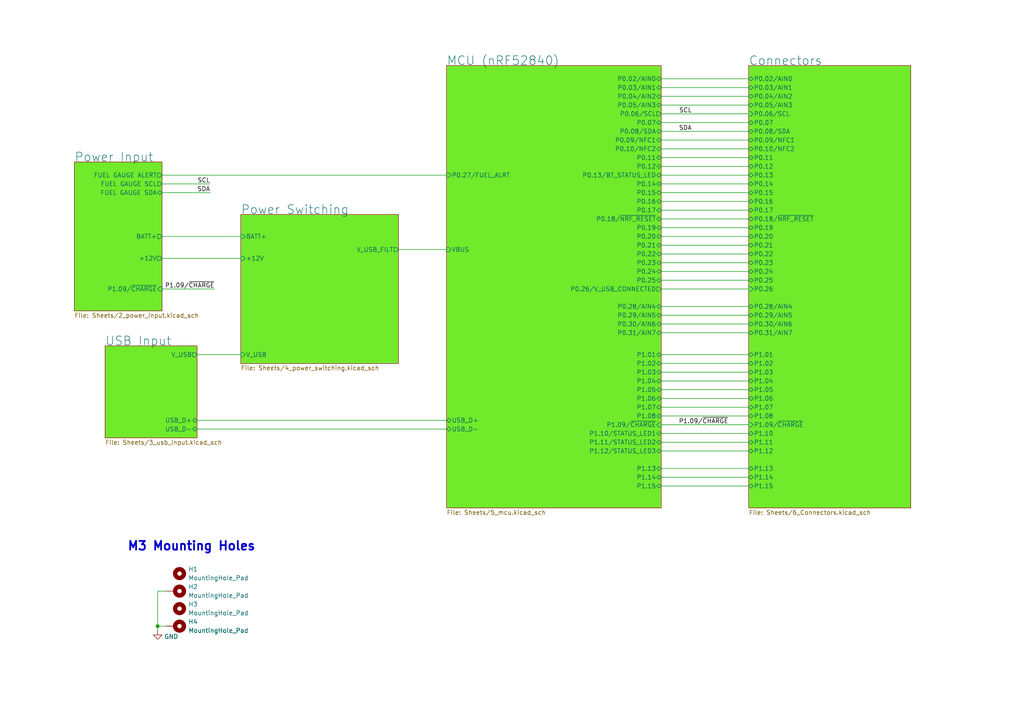
<source format=kicad_sch>
(kicad_sch (version 20230121) (generator eeschema)

  (uuid f8009b5e-2814-48af-8478-16f2aae29be6)

  (paper "A4")

  (title_block
    (title "nRF Buddy Board Schematic")
    (rev "2")
    (company "Kane Stoboi")
  )

  (lib_symbols
    (symbol "Mechanical:MountingHole" (pin_names (offset 1.016)) (in_bom yes) (on_board yes)
      (property "Reference" "H" (at 0 5.08 0)
        (effects (font (size 1.27 1.27)))
      )
      (property "Value" "MountingHole" (at 0 3.175 0)
        (effects (font (size 1.27 1.27)))
      )
      (property "Footprint" "" (at 0 0 0)
        (effects (font (size 1.27 1.27)) hide)
      )
      (property "Datasheet" "~" (at 0 0 0)
        (effects (font (size 1.27 1.27)) hide)
      )
      (property "ki_keywords" "mounting hole" (at 0 0 0)
        (effects (font (size 1.27 1.27)) hide)
      )
      (property "ki_description" "Mounting Hole without connection" (at 0 0 0)
        (effects (font (size 1.27 1.27)) hide)
      )
      (property "ki_fp_filters" "MountingHole*" (at 0 0 0)
        (effects (font (size 1.27 1.27)) hide)
      )
      (symbol "MountingHole_0_1"
        (circle (center 0 0) (radius 1.27)
          (stroke (width 1.27) (type default))
          (fill (type none))
        )
      )
    )
    (symbol "Mechanical:MountingHole_Pad" (pin_numbers hide) (pin_names (offset 1.016) hide) (in_bom yes) (on_board yes)
      (property "Reference" "H" (at 0 6.35 0)
        (effects (font (size 1.27 1.27)))
      )
      (property "Value" "MountingHole_Pad" (at 0 4.445 0)
        (effects (font (size 1.27 1.27)))
      )
      (property "Footprint" "" (at 0 0 0)
        (effects (font (size 1.27 1.27)) hide)
      )
      (property "Datasheet" "~" (at 0 0 0)
        (effects (font (size 1.27 1.27)) hide)
      )
      (property "ki_keywords" "mounting hole" (at 0 0 0)
        (effects (font (size 1.27 1.27)) hide)
      )
      (property "ki_description" "Mounting Hole with connection" (at 0 0 0)
        (effects (font (size 1.27 1.27)) hide)
      )
      (property "ki_fp_filters" "MountingHole*Pad*" (at 0 0 0)
        (effects (font (size 1.27 1.27)) hide)
      )
      (symbol "MountingHole_Pad_0_1"
        (circle (center 0 1.27) (radius 1.27)
          (stroke (width 1.27) (type default))
          (fill (type none))
        )
      )
      (symbol "MountingHole_Pad_1_1"
        (pin input line (at 0 -2.54 90) (length 2.54)
          (name "1" (effects (font (size 1.27 1.27))))
          (number "1" (effects (font (size 1.27 1.27))))
        )
      )
    )
    (symbol "power:GND" (power) (pin_names (offset 0)) (in_bom yes) (on_board yes)
      (property "Reference" "#PWR" (at 0 -6.35 0)
        (effects (font (size 1.27 1.27)) hide)
      )
      (property "Value" "GND" (at 0 -3.81 0)
        (effects (font (size 1.27 1.27)))
      )
      (property "Footprint" "" (at 0 0 0)
        (effects (font (size 1.27 1.27)) hide)
      )
      (property "Datasheet" "" (at 0 0 0)
        (effects (font (size 1.27 1.27)) hide)
      )
      (property "ki_keywords" "global power" (at 0 0 0)
        (effects (font (size 1.27 1.27)) hide)
      )
      (property "ki_description" "Power symbol creates a global label with name \"GND\" , ground" (at 0 0 0)
        (effects (font (size 1.27 1.27)) hide)
      )
      (symbol "GND_0_1"
        (polyline
          (pts
            (xy 0 0)
            (xy 0 -1.27)
            (xy 1.27 -1.27)
            (xy 0 -2.54)
            (xy -1.27 -1.27)
            (xy 0 -1.27)
          )
          (stroke (width 0) (type default))
          (fill (type none))
        )
      )
      (symbol "GND_1_1"
        (pin power_in line (at 0 0 270) (length 0) hide
          (name "GND" (effects (font (size 1.27 1.27))))
          (number "1" (effects (font (size 1.27 1.27))))
        )
      )
    )
  )

  (junction (at 45.72 181.61) (diameter 0) (color 0 0 0 0)
    (uuid 40dd2b79-0a7f-4935-8df6-e8b5fbf8ce5d)
  )

  (wire (pts (xy 191.77 105.41) (xy 217.17 105.41))
    (stroke (width 0) (type default))
    (uuid 0169058e-9cae-4863-9599-e0d640eeeb1c)
  )
  (wire (pts (xy 191.77 35.56) (xy 217.17 35.56))
    (stroke (width 0) (type default))
    (uuid 02328119-ced6-48fb-b9bf-ebefd0231b02)
  )
  (wire (pts (xy 191.77 130.81) (xy 217.17 130.81))
    (stroke (width 0) (type default))
    (uuid 02578444-a3f8-446f-8d55-916cf604ac0a)
  )
  (wire (pts (xy 191.77 135.89) (xy 217.17 135.89))
    (stroke (width 0) (type default))
    (uuid 0a631ff1-ab5e-4024-aa19-bb08661c3193)
  )
  (wire (pts (xy 191.77 140.97) (xy 217.17 140.97))
    (stroke (width 0) (type default))
    (uuid 0f2a824d-c5a3-48ad-a8f8-2f1a93247683)
  )
  (wire (pts (xy 191.77 45.72) (xy 217.17 45.72))
    (stroke (width 0) (type default))
    (uuid 118f24a6-8144-4983-9ef1-d4d337dc8774)
  )
  (wire (pts (xy 191.77 102.87) (xy 217.17 102.87))
    (stroke (width 0) (type default))
    (uuid 121f9987-9b1d-42e1-a67c-7d4903598393)
  )
  (wire (pts (xy 191.77 110.49) (xy 217.17 110.49))
    (stroke (width 0) (type default))
    (uuid 1f80631c-16e5-45b1-a8f9-1fb6f9c5e895)
  )
  (wire (pts (xy 115.57 72.39) (xy 129.54 72.39))
    (stroke (width 0) (type default))
    (uuid 224e1bf4-9547-40d5-93f4-26550708b3e9)
  )
  (wire (pts (xy 191.77 27.94) (xy 217.17 27.94))
    (stroke (width 0) (type default))
    (uuid 25ac23a2-32f2-47b0-8c8c-d20de6068f78)
  )
  (wire (pts (xy 191.77 33.02) (xy 217.17 33.02))
    (stroke (width 0) (type default))
    (uuid 2838c2e8-4f76-4fca-848e-dade2ff6f4d9)
  )
  (wire (pts (xy 191.77 123.19) (xy 217.17 123.19))
    (stroke (width 0) (type default))
    (uuid 2a4a0153-8a61-4294-a964-56887babed64)
  )
  (wire (pts (xy 45.72 181.61) (xy 48.26 181.61))
    (stroke (width 0) (type default))
    (uuid 2f0b8442-7249-49c0-bcd1-86862b11bdc7)
  )
  (wire (pts (xy 191.77 78.74) (xy 217.17 78.74))
    (stroke (width 0) (type default))
    (uuid 30735c38-9ca2-4ead-9b23-9edc6a3bc16b)
  )
  (wire (pts (xy 191.77 55.88) (xy 217.17 55.88))
    (stroke (width 0) (type default))
    (uuid 31c7d0d9-dbdb-47e6-8af7-f19a5a793bd4)
  )
  (wire (pts (xy 191.77 118.11) (xy 217.17 118.11))
    (stroke (width 0) (type default))
    (uuid 32570942-a3aa-4bda-bb74-0b98e928bd9b)
  )
  (wire (pts (xy 191.77 113.03) (xy 217.17 113.03))
    (stroke (width 0) (type default))
    (uuid 3a17613c-2414-4d96-9080-80438495ffe9)
  )
  (wire (pts (xy 191.77 25.4) (xy 217.17 25.4))
    (stroke (width 0) (type default))
    (uuid 3ad116ff-e59e-4359-a5f4-7d950324d509)
  )
  (wire (pts (xy 191.77 58.42) (xy 217.17 58.42))
    (stroke (width 0) (type default))
    (uuid 3cd3235f-e704-4486-8c2c-fcecd7f65e21)
  )
  (wire (pts (xy 191.77 53.34) (xy 217.17 53.34))
    (stroke (width 0) (type default))
    (uuid 3fe1c11c-5c23-4f48-8126-94ac0d602d2b)
  )
  (wire (pts (xy 191.77 91.44) (xy 217.17 91.44))
    (stroke (width 0) (type default))
    (uuid 445ff675-a516-4762-997c-e3a498be0935)
  )
  (wire (pts (xy 191.77 22.86) (xy 217.17 22.86))
    (stroke (width 0) (type default))
    (uuid 460ecb63-4ae4-42be-a1ae-3c2c6fdd3c0b)
  )
  (wire (pts (xy 191.77 107.95) (xy 217.17 107.95))
    (stroke (width 0) (type default))
    (uuid 4de1ed6c-3326-4c1c-b320-7b8266fea81c)
  )
  (wire (pts (xy 191.77 125.73) (xy 217.17 125.73))
    (stroke (width 0) (type default))
    (uuid 4e0796d9-934b-49e5-ba97-d4fda3458fe0)
  )
  (wire (pts (xy 57.15 102.87) (xy 69.85 102.87))
    (stroke (width 0) (type default))
    (uuid 5667dc41-8082-48ad-a634-4bc9728fda95)
  )
  (wire (pts (xy 46.99 74.93) (xy 69.85 74.93))
    (stroke (width 0) (type default))
    (uuid 5c30c949-fba9-49ad-be2c-283ec1bc8950)
  )
  (wire (pts (xy 191.77 60.96) (xy 217.17 60.96))
    (stroke (width 0) (type default))
    (uuid 5d291f32-f4fb-4007-ad0e-97f372c00133)
  )
  (wire (pts (xy 191.77 73.66) (xy 217.17 73.66))
    (stroke (width 0) (type default))
    (uuid 688c0fa6-8f6c-4cba-841c-8e2f7b4e77a0)
  )
  (wire (pts (xy 191.77 50.8) (xy 217.17 50.8))
    (stroke (width 0) (type default))
    (uuid 765f146f-3604-4db8-bb0f-a2dd02f1e822)
  )
  (wire (pts (xy 191.77 81.28) (xy 217.17 81.28))
    (stroke (width 0) (type default))
    (uuid 7693caa4-93f5-49e9-9aea-ccc34ed5c34e)
  )
  (wire (pts (xy 191.77 63.5) (xy 217.17 63.5))
    (stroke (width 0) (type default))
    (uuid 85bcb4f6-23e3-44ec-8520-cdad39697902)
  )
  (wire (pts (xy 191.77 115.57) (xy 217.17 115.57))
    (stroke (width 0) (type default))
    (uuid 863b2cc7-c93c-4066-a34a-48e9e19ed6ae)
  )
  (wire (pts (xy 46.99 50.8) (xy 129.54 50.8))
    (stroke (width 0) (type default))
    (uuid 86c67dfd-4c71-4e9e-a7ba-9f0a8108fcff)
  )
  (wire (pts (xy 191.77 96.52) (xy 217.17 96.52))
    (stroke (width 0) (type default))
    (uuid 8e0b1bd2-86b7-4c75-8775-0acca83fe08c)
  )
  (wire (pts (xy 191.77 71.12) (xy 217.17 71.12))
    (stroke (width 0) (type default))
    (uuid 8fdf6a82-6d2c-4445-9b69-803f397abe02)
  )
  (wire (pts (xy 191.77 88.9) (xy 217.17 88.9))
    (stroke (width 0) (type default))
    (uuid 91f5677b-7833-4f66-8092-88a0980f0bcc)
  )
  (wire (pts (xy 46.99 83.82) (xy 62.23 83.82))
    (stroke (width 0) (type default))
    (uuid 923b75c7-bb7d-4ffe-b451-ab05e0f68048)
  )
  (wire (pts (xy 48.26 171.45) (xy 45.72 171.45))
    (stroke (width 0) (type default))
    (uuid 9a1845e7-3abd-4e86-9a20-ec4c5937e4dc)
  )
  (wire (pts (xy 46.99 55.88) (xy 60.96 55.88))
    (stroke (width 0) (type default))
    (uuid 9dca34df-547b-401d-b14e-441640a29780)
  )
  (wire (pts (xy 191.77 83.82) (xy 217.17 83.82))
    (stroke (width 0) (type default))
    (uuid a2ea8b2e-0981-49f6-8517-138920b742c6)
  )
  (wire (pts (xy 191.77 48.26) (xy 217.17 48.26))
    (stroke (width 0) (type default))
    (uuid a9ca7444-60ab-47f8-b31b-1eae0d2cd809)
  )
  (wire (pts (xy 191.77 40.64) (xy 217.17 40.64))
    (stroke (width 0) (type default))
    (uuid b3283946-c676-40ff-a587-54ff226c7bd6)
  )
  (wire (pts (xy 191.77 43.18) (xy 217.17 43.18))
    (stroke (width 0) (type default))
    (uuid b356aa49-bc65-421a-a781-d04c556fdc6b)
  )
  (wire (pts (xy 46.99 68.58) (xy 69.85 68.58))
    (stroke (width 0) (type default))
    (uuid b6510308-a058-44f2-8a08-a5c566d06433)
  )
  (wire (pts (xy 57.15 121.92) (xy 129.54 121.92))
    (stroke (width 0) (type default))
    (uuid bfab5189-f7ee-4d49-8090-1f5e01de89ae)
  )
  (wire (pts (xy 46.99 53.34) (xy 60.96 53.34))
    (stroke (width 0) (type default))
    (uuid c0060eef-aed8-4481-8f23-32efef0e0449)
  )
  (wire (pts (xy 191.77 120.65) (xy 217.17 120.65))
    (stroke (width 0) (type default))
    (uuid c9263a29-e1e5-4aac-8638-b6032b443b4e)
  )
  (wire (pts (xy 57.15 124.46) (xy 129.54 124.46))
    (stroke (width 0) (type default))
    (uuid caf5ec75-37d1-421b-a3c3-ea28e96c845e)
  )
  (wire (pts (xy 45.72 171.45) (xy 45.72 181.61))
    (stroke (width 0) (type default))
    (uuid cd23f0aa-dab0-4e30-926b-8856357d3347)
  )
  (wire (pts (xy 45.72 182.88) (xy 45.72 181.61))
    (stroke (width 0) (type default))
    (uuid d2d812e8-bbc9-42a5-9584-a981a475c6f9)
  )
  (wire (pts (xy 191.77 38.1) (xy 217.17 38.1))
    (stroke (width 0) (type default))
    (uuid e3a381b9-4a06-410e-997c-813b12a39e92)
  )
  (wire (pts (xy 191.77 68.58) (xy 217.17 68.58))
    (stroke (width 0) (type default))
    (uuid e7c912aa-ec60-4b01-a833-2eed57991175)
  )
  (wire (pts (xy 191.77 128.27) (xy 217.17 128.27))
    (stroke (width 0) (type default))
    (uuid e87e15ab-0b3c-4cb0-8b7b-fc08c77451bd)
  )
  (wire (pts (xy 191.77 138.43) (xy 217.17 138.43))
    (stroke (width 0) (type default))
    (uuid ec465d18-a26d-4f11-8511-a9b2c34bf18e)
  )
  (wire (pts (xy 191.77 93.98) (xy 217.17 93.98))
    (stroke (width 0) (type default))
    (uuid ef9c416d-fea1-4fe6-a8f5-99d57a07e898)
  )
  (wire (pts (xy 191.77 76.2) (xy 217.17 76.2))
    (stroke (width 0) (type default))
    (uuid f2513931-e7c9-457e-9357-e7ea15595f16)
  )
  (wire (pts (xy 191.77 66.04) (xy 217.17 66.04))
    (stroke (width 0) (type default))
    (uuid f9e7853d-1977-4e57-8cfe-a8285c4abff1)
  )
  (wire (pts (xy 191.77 30.48) (xy 217.17 30.48))
    (stroke (width 0) (type default))
    (uuid fa6fcc07-2954-4be2-8376-4df79bb587ca)
  )

  (text "M3 Mounting Holes" (at 36.83 160.02 0)
    (effects (font (size 2.54 2.54) (thickness 0.508) bold) (justify left bottom))
    (uuid 1f51a2ee-802a-496d-93e6-8c33781b2f11)
  )

  (label "SDA" (at 60.96 55.88 180) (fields_autoplaced)
    (effects (font (size 1.27 1.27)) (justify right bottom))
    (uuid 08ae01cc-6d25-4162-9f76-e136e42ae475)
  )
  (label "P1.09{slash}~{CHARGE}" (at 196.85 123.19 0) (fields_autoplaced)
    (effects (font (size 1.27 1.27)) (justify left bottom))
    (uuid 91af985b-b840-47bf-a069-411ec425d24d)
  )
  (label "SCL" (at 60.96 53.34 180) (fields_autoplaced)
    (effects (font (size 1.27 1.27)) (justify right bottom))
    (uuid 93745d98-eef6-4e0e-b1de-cc13c435c304)
  )
  (label "SCL" (at 200.66 33.02 180) (fields_autoplaced)
    (effects (font (size 1.27 1.27)) (justify right bottom))
    (uuid c143ce7f-fa36-491a-90f4-cb05abc6a56b)
  )
  (label "P1.09{slash}~{CHARGE}" (at 62.23 83.82 180) (fields_autoplaced)
    (effects (font (size 1.27 1.27)) (justify right bottom))
    (uuid d457c26c-cca2-4bbb-bdcd-cb47efe56320)
  )
  (label "SDA" (at 200.66 38.1 180) (fields_autoplaced)
    (effects (font (size 1.27 1.27)) (justify right bottom))
    (uuid fed5cc45-e16c-4b48-9ea8-72c61e93f210)
  )

  (symbol (lib_id "power:GND") (at 45.72 182.88 0) (unit 1)
    (in_bom yes) (on_board yes) (dnp no) (fields_autoplaced)
    (uuid 15eb4ac9-40d3-46a5-b8c4-0980b38b82a1)
    (property "Reference" "#PWR0166" (at 45.72 189.23 0)
      (effects (font (size 1.27 1.27)) hide)
    )
    (property "Value" "GND" (at 47.625 184.629 0)
      (effects (font (size 1.27 1.27)) (justify left))
    )
    (property "Footprint" "" (at 45.72 182.88 0)
      (effects (font (size 1.27 1.27)) hide)
    )
    (property "Datasheet" "" (at 45.72 182.88 0)
      (effects (font (size 1.27 1.27)) hide)
    )
    (pin "1" (uuid d8633286-ee4b-43ca-a9b4-db427837f840))
    (instances
      (project "nRF52Buddy"
        (path "/f8009b5e-2814-48af-8478-16f2aae29be6"
          (reference "#PWR0166") (unit 1)
        )
      )
    )
  )

  (symbol (lib_id "Mechanical:MountingHole_Pad") (at 50.8 181.61 270) (unit 1)
    (in_bom no) (on_board yes) (dnp no)
    (uuid 8046f535-7fa3-45e6-a7ba-d128eab5e5c2)
    (property "Reference" "H4" (at 54.61 180.34 90)
      (effects (font (size 1.27 1.27)) (justify left))
    )
    (property "Value" "MountingHole_Pad" (at 54.61 182.88 90)
      (effects (font (size 1.27 1.27)) (justify left))
    )
    (property "Footprint" "MountingHole:MountingHole_3.2mm_M3_Pad_Via" (at 50.8 181.61 0)
      (effects (font (size 1.27 1.27)) hide)
    )
    (property "Datasheet" "~" (at 50.8 181.61 0)
      (effects (font (size 1.27 1.27)) hide)
    )
    (pin "1" (uuid 1164e19b-e6ea-4a34-9bb7-ea39af9157e0))
    (instances
      (project "nRF52Buddy"
        (path "/f8009b5e-2814-48af-8478-16f2aae29be6"
          (reference "H4") (unit 1)
        )
      )
    )
  )

  (symbol (lib_id "Mechanical:MountingHole_Pad") (at 50.8 171.45 270) (unit 1)
    (in_bom no) (on_board yes) (dnp no)
    (uuid 9610be26-a2a0-406a-b43d-5bfc1a001d64)
    (property "Reference" "H2" (at 54.61 170.18 90)
      (effects (font (size 1.27 1.27)) (justify left))
    )
    (property "Value" "MountingHole_Pad" (at 54.61 172.72 90)
      (effects (font (size 1.27 1.27)) (justify left))
    )
    (property "Footprint" "MountingHole:MountingHole_3.2mm_M3_Pad_Via" (at 50.8 171.45 0)
      (effects (font (size 1.27 1.27)) hide)
    )
    (property "Datasheet" "~" (at 50.8 171.45 0)
      (effects (font (size 1.27 1.27)) hide)
    )
    (pin "1" (uuid a82ea000-2045-466b-8b9c-c2fcef2f06c3))
    (instances
      (project "nRF52Buddy"
        (path "/f8009b5e-2814-48af-8478-16f2aae29be6"
          (reference "H2") (unit 1)
        )
      )
    )
  )

  (symbol (lib_id "Mechanical:MountingHole") (at 52.07 176.53 270) (unit 1)
    (in_bom yes) (on_board yes) (dnp no)
    (uuid cd2156eb-eb1b-4f83-a6e3-9bd3067f489c)
    (property "Reference" "H3" (at 54.61 175.26 90)
      (effects (font (size 1.27 1.27)) (justify left))
    )
    (property "Value" "MountingHole_Pad" (at 54.61 177.8 90)
      (effects (font (size 1.27 1.27)) (justify left))
    )
    (property "Footprint" "MountingHole:MountingHole_3.2mm_M3" (at 52.07 176.53 0)
      (effects (font (size 1.27 1.27)) hide)
    )
    (property "Datasheet" "~" (at 52.07 176.53 0)
      (effects (font (size 1.27 1.27)) hide)
    )
    (instances
      (project "nRF52Buddy"
        (path "/f8009b5e-2814-48af-8478-16f2aae29be6"
          (reference "H3") (unit 1)
        )
      )
    )
  )

  (symbol (lib_id "Mechanical:MountingHole") (at 52.07 166.37 270) (unit 1)
    (in_bom yes) (on_board yes) (dnp no)
    (uuid d3164fdd-cb6f-49ad-9078-ac855e1bd6eb)
    (property "Reference" "H1" (at 54.61 165.1 90)
      (effects (font (size 1.27 1.27)) (justify left))
    )
    (property "Value" "MountingHole_Pad" (at 54.61 167.64 90)
      (effects (font (size 1.27 1.27)) (justify left))
    )
    (property "Footprint" "MountingHole:MountingHole_3.2mm_M3" (at 52.07 166.37 0)
      (effects (font (size 1.27 1.27)) hide)
    )
    (property "Datasheet" "~" (at 52.07 166.37 0)
      (effects (font (size 1.27 1.27)) hide)
    )
    (instances
      (project "nRF52Buddy"
        (path "/f8009b5e-2814-48af-8478-16f2aae29be6"
          (reference "H1") (unit 1)
        )
      )
    )
  )

  (sheet (at 30.48 100.33) (size 26.67 26.67)
    (stroke (width 0.1524) (type solid))
    (fill (color 112 234 42 1.0000))
    (uuid 29608467-8699-464b-ad24-889c1111a5df)
    (property "Sheetname" "USB Input" (at 30.48 100.33 0)
      (effects (font (size 2.54 2.54)) (justify left bottom))
    )
    (property "Sheetfile" "Sheets/3_usb_input.kicad_sch" (at 30.48 127.5846 0)
      (effects (font (size 1.27 1.27)) (justify left top))
    )
    (pin "USB_D-" bidirectional (at 57.15 124.46 0)
      (effects (font (size 1.27 1.27)) (justify right))
      (uuid 07179879-4c14-48d5-849e-83b1748b78f9)
    )
    (pin "USB_D+" bidirectional (at 57.15 121.92 0)
      (effects (font (size 1.27 1.27)) (justify right))
      (uuid 6423d2db-0e02-4b41-adb7-54a4cc83b10c)
    )
    (pin "V_USB" output (at 57.15 102.87 0)
      (effects (font (size 1.27 1.27)) (justify right))
      (uuid 408eae41-3f06-4fb6-a52b-8fbda396c935)
    )
    (instances
      (project "nRF52Buddy"
        (path "/f8009b5e-2814-48af-8478-16f2aae29be6" (page "3"))
      )
    )
  )

  (sheet (at 21.59 46.99) (size 25.4 43.18)
    (stroke (width 0.1524) (type solid))
    (fill (color 112 234 42 1.0000))
    (uuid 68dd5206-f59c-4f8c-876f-1a7cd0389797)
    (property "Sheetname" "Power Input" (at 21.59 46.99 0)
      (effects (font (size 2.54 2.54)) (justify left bottom))
    )
    (property "Sheetfile" "Sheets/2_power_input.kicad_sch" (at 21.59 90.7546 0)
      (effects (font (size 1.27 1.27)) (justify left top))
    )
    (pin "BATT+" output (at 46.99 68.58 0)
      (effects (font (size 1.27 1.27)) (justify right))
      (uuid 2d18ac92-9b6d-4c08-a807-712fd552ed9a)
    )
    (pin "+12V" output (at 46.99 74.93 0)
      (effects (font (size 1.27 1.27)) (justify right))
      (uuid 19f68825-5387-4592-a42d-54fd622ceef6)
    )
    (pin "FUEL GAUGE SDA" bidirectional (at 46.99 55.88 0)
      (effects (font (size 1.27 1.27)) (justify right))
      (uuid 0a390ef6-f137-44b2-82f7-13f291e87289)
    )
    (pin "FUEL GAUGE SCL" output (at 46.99 53.34 0)
      (effects (font (size 1.27 1.27)) (justify right))
      (uuid e52c6e9a-dc24-48a0-8b8c-dfd5b0aedaae)
    )
    (pin "FUEL GAUGE ALERT" output (at 46.99 50.8 0)
      (effects (font (size 1.27 1.27)) (justify right))
      (uuid e1716f9a-7f54-4296-960c-a0351f34161f)
    )
    (pin "P1.09{slash}~{CHARGE}" input (at 46.99 83.82 0)
      (effects (font (size 1.27 1.27)) (justify right))
      (uuid ae2c7d5f-a60b-425f-bae2-a00a83ea7627)
    )
    (instances
      (project "nRF52Buddy"
        (path "/f8009b5e-2814-48af-8478-16f2aae29be6" (page "2"))
      )
    )
  )

  (sheet (at 217.17 19.05) (size 46.99 128.27)
    (stroke (width 0.1524) (type solid))
    (fill (color 112 234 42 1.0000))
    (uuid 75a0d7fb-9d0b-4457-b2d7-9afec08af766)
    (property "Sheetname" "Connectors" (at 217.17 19.05 0)
      (effects (font (size 2.54 2.54)) (justify left bottom))
    )
    (property "Sheetfile" "Sheets/6_Connectors.kicad_sch" (at 217.17 147.9046 0)
      (effects (font (size 1.27 1.27)) (justify left top))
    )
    (pin "P1.10" bidirectional (at 217.17 125.73 180)
      (effects (font (size 1.27 1.27)) (justify left))
      (uuid 597878a5-e715-421b-b744-625a6a4a0e1f)
    )
    (pin "P1.12" bidirectional (at 217.17 130.81 180)
      (effects (font (size 1.27 1.27)) (justify left))
      (uuid fdf19fad-787d-4f7e-bea7-cddced7508dc)
    )
    (pin "P1.11" bidirectional (at 217.17 128.27 180)
      (effects (font (size 1.27 1.27)) (justify left))
      (uuid b0be890c-e872-4337-84a8-1305afcac895)
    )
    (pin "P0.26" input (at 217.17 83.82 180)
      (effects (font (size 1.27 1.27)) (justify left))
      (uuid cc6b72e2-ecbe-4f5a-9eb1-93d64cf26665)
    )
    (pin "P0.13" bidirectional (at 217.17 50.8 180)
      (effects (font (size 1.27 1.27)) (justify left))
      (uuid d54b2b30-fb5b-4495-8875-1a25712e87c4)
    )
    (pin "P1.08" bidirectional (at 217.17 120.65 180)
      (effects (font (size 1.27 1.27)) (justify left))
      (uuid 7bb01fa1-b271-4beb-b717-730c6e0f0a1f)
    )
    (pin "P0.11" bidirectional (at 217.17 45.72 180)
      (effects (font (size 1.27 1.27)) (justify left))
      (uuid 3a670d0d-4491-414b-acf3-c8d8290b4d30)
    )
    (pin "P0.12" bidirectional (at 217.17 48.26 180)
      (effects (font (size 1.27 1.27)) (justify left))
      (uuid cef69efc-af59-416a-9d26-97b36828f313)
    )
    (pin "P0.07" bidirectional (at 217.17 35.56 180)
      (effects (font (size 1.27 1.27)) (justify left))
      (uuid 1b2d7e7d-ad71-47b1-a844-792eda7b24cc)
    )
    (pin "P0.23" bidirectional (at 217.17 76.2 180)
      (effects (font (size 1.27 1.27)) (justify left))
      (uuid 07e272c9-35b5-45f4-9b0a-8c9943e9d44e)
    )
    (pin "P0.24" bidirectional (at 217.17 78.74 180)
      (effects (font (size 1.27 1.27)) (justify left))
      (uuid 7c7e5e8b-80cd-4e38-a9bd-1f86867e5263)
    )
    (pin "P0.22" bidirectional (at 217.17 73.66 180)
      (effects (font (size 1.27 1.27)) (justify left))
      (uuid 85baf074-8d6d-4913-8002-7cfab1174f5c)
    )
    (pin "P0.21" bidirectional (at 217.17 71.12 180)
      (effects (font (size 1.27 1.27)) (justify left))
      (uuid 85717dbf-4757-4075-9fa0-57263e6bb6bc)
    )
    (pin "P0.20" bidirectional (at 217.17 68.58 180)
      (effects (font (size 1.27 1.27)) (justify left))
      (uuid 2321704c-4ec9-40eb-a764-97118e7184f2)
    )
    (pin "P0.25" bidirectional (at 217.17 81.28 180)
      (effects (font (size 1.27 1.27)) (justify left))
      (uuid 3925b66a-5504-43a7-b89c-f6b1b5308b66)
    )
    (pin "P1.02" bidirectional (at 217.17 105.41 180)
      (effects (font (size 1.27 1.27)) (justify left))
      (uuid d1033c85-1044-4d97-a0df-a35c8640f6c7)
    )
    (pin "P0.15" bidirectional (at 217.17 55.88 180)
      (effects (font (size 1.27 1.27)) (justify left))
      (uuid c0a658aa-806a-476c-9f80-09520147da93)
    )
    (pin "P0.19" bidirectional (at 217.17 66.04 180)
      (effects (font (size 1.27 1.27)) (justify left))
      (uuid 67c59892-c4ef-4bbb-8db6-361c2ee3346f)
    )
    (pin "P0.17" bidirectional (at 217.17 60.96 180)
      (effects (font (size 1.27 1.27)) (justify left))
      (uuid 255f4ab3-419b-401a-b41d-102fb9d57b96)
    )
    (pin "P0.14" bidirectional (at 217.17 53.34 180)
      (effects (font (size 1.27 1.27)) (justify left))
      (uuid dd81371c-65e5-4d62-9fb5-1d7275ed9743)
    )
    (pin "P0.16" bidirectional (at 217.17 58.42 180)
      (effects (font (size 1.27 1.27)) (justify left))
      (uuid 94f7e613-36c6-429e-b25b-015d6da79793)
    )
    (pin "P1.15" bidirectional (at 217.17 140.97 180)
      (effects (font (size 1.27 1.27)) (justify left))
      (uuid 2832f43b-e9e2-4fa0-8900-fbd97f20ade9)
    )
    (pin "P0.06{slash}SCL" input (at 217.17 33.02 180)
      (effects (font (size 1.27 1.27)) (justify left))
      (uuid 091ca4a3-d219-4b69-82e4-0b46f2f214cf)
    )
    (pin "P0.08{slash}SDA" bidirectional (at 217.17 38.1 180)
      (effects (font (size 1.27 1.27)) (justify left))
      (uuid 6ec108e7-f01a-4925-8033-b2a4b4af3956)
    )
    (pin "P0.09{slash}NFC1" bidirectional (at 217.17 40.64 180)
      (effects (font (size 1.27 1.27)) (justify left))
      (uuid ad478c12-918c-4409-b6f1-263dbef7feb0)
    )
    (pin "P0.10{slash}NFC2" bidirectional (at 217.17 43.18 180)
      (effects (font (size 1.27 1.27)) (justify left))
      (uuid ef17e178-cfe0-4ffe-95de-116b162c9ee0)
    )
    (pin "P0.18{slash}~{NRF_RESET}" bidirectional (at 217.17 63.5 180)
      (effects (font (size 1.27 1.27)) (justify left))
      (uuid 53d86a2f-386f-417b-95b2-3e5c2aecacec)
    )
    (pin "P1.01" bidirectional (at 217.17 102.87 180)
      (effects (font (size 1.27 1.27)) (justify left))
      (uuid 3f5371ee-6813-4bec-a239-c09a72002a7d)
    )
    (pin "P1.03" bidirectional (at 217.17 107.95 180)
      (effects (font (size 1.27 1.27)) (justify left))
      (uuid 6919e81d-144e-431b-8dad-ba6cfeab7c57)
    )
    (pin "P1.07" bidirectional (at 217.17 118.11 180)
      (effects (font (size 1.27 1.27)) (justify left))
      (uuid 22650441-ad00-440a-a3c7-3821f8ecfd6e)
    )
    (pin "P1.05" bidirectional (at 217.17 113.03 180)
      (effects (font (size 1.27 1.27)) (justify left))
      (uuid 0d2a0378-d723-4606-aeb7-a48137bf2d66)
    )
    (pin "P1.06" bidirectional (at 217.17 115.57 180)
      (effects (font (size 1.27 1.27)) (justify left))
      (uuid a27cf580-b954-4829-b4fe-754a015d67af)
    )
    (pin "P1.04" bidirectional (at 217.17 110.49 180)
      (effects (font (size 1.27 1.27)) (justify left))
      (uuid f5c2dcc4-9be4-4a2b-8075-0566e1735174)
    )
    (pin "P1.14" bidirectional (at 217.17 138.43 180)
      (effects (font (size 1.27 1.27)) (justify left))
      (uuid 519a4b25-83de-44da-87c2-8050d2f15411)
    )
    (pin "P1.13" bidirectional (at 217.17 135.89 180)
      (effects (font (size 1.27 1.27)) (justify left))
      (uuid f85bf149-416c-4f93-b837-b52602ddb857)
    )
    (pin "P0.03{slash}AIN1" bidirectional (at 217.17 25.4 180)
      (effects (font (size 1.27 1.27)) (justify left))
      (uuid ba6c3ede-ac52-4645-8492-f061d7ad9761)
    )
    (pin "P0.30{slash}AIN6" bidirectional (at 217.17 93.98 180)
      (effects (font (size 1.27 1.27)) (justify left))
      (uuid 426e9586-fdf3-4e1d-a7f3-5949ed561db1)
    )
    (pin "P0.04{slash}AIN2" bidirectional (at 217.17 27.94 180)
      (effects (font (size 1.27 1.27)) (justify left))
      (uuid 1e073d89-c482-49e8-88ab-345ab585803a)
    )
    (pin "P0.05{slash}AIN3" bidirectional (at 217.17 30.48 180)
      (effects (font (size 1.27 1.27)) (justify left))
      (uuid 48860133-92b1-40ab-8697-fd846073ebdb)
    )
    (pin "P0.28{slash}AIN4" bidirectional (at 217.17 88.9 180)
      (effects (font (size 1.27 1.27)) (justify left))
      (uuid 5d0c9ce4-07cd-481f-b03e-03228270c703)
    )
    (pin "P0.02{slash}AIN0" bidirectional (at 217.17 22.86 180)
      (effects (font (size 1.27 1.27)) (justify left))
      (uuid 3b63dcad-7fb0-4e52-b57c-6a21886006bc)
    )
    (pin "P0.29{slash}AIN5" bidirectional (at 217.17 91.44 180)
      (effects (font (size 1.27 1.27)) (justify left))
      (uuid 2ded025f-88a5-4ac5-a652-d0051725acf2)
    )
    (pin "P0.31{slash}AIN7" bidirectional (at 217.17 96.52 180)
      (effects (font (size 1.27 1.27)) (justify left))
      (uuid 9ea35b77-b638-41d1-8297-836b5a96576a)
    )
    (pin "P1.09{slash}~{CHARGE}" input (at 217.17 123.19 180)
      (effects (font (size 1.27 1.27)) (justify left))
      (uuid 9a61f2c1-00f0-443d-bd28-96f7a8a5e0f6)
    )
    (instances
      (project "nRF52Buddy"
        (path "/f8009b5e-2814-48af-8478-16f2aae29be6" (page "6"))
      )
    )
  )

  (sheet (at 69.85 62.23) (size 45.72 43.18)
    (stroke (width 0.1524) (type solid))
    (fill (color 112 234 42 1.0000))
    (uuid 845162ad-409f-414e-965e-548bd8fa43dd)
    (property "Sheetname" "Power Switching" (at 69.85 62.23 0)
      (effects (font (size 2.54 2.54)) (justify left bottom))
    )
    (property "Sheetfile" "Sheets/4_power_switching.kicad_sch" (at 69.85 105.9946 0)
      (effects (font (size 1.27 1.27)) (justify left top))
    )
    (pin "V_USB_FILT" output (at 115.57 72.39 0)
      (effects (font (size 1.27 1.27)) (justify right))
      (uuid ba87cb0a-64f8-49e9-84ca-d87510194ef1)
    )
    (pin "V_USB" input (at 69.85 102.87 180)
      (effects (font (size 1.27 1.27)) (justify left))
      (uuid 866c6881-6f40-46f3-84ef-09f3686c2d78)
    )
    (pin "+12V" input (at 69.85 74.93 180)
      (effects (font (size 1.27 1.27)) (justify left))
      (uuid fb51560a-99fd-4762-8cdd-a0fda620b173)
    )
    (pin "BATT+" input (at 69.85 68.58 180)
      (effects (font (size 1.27 1.27)) (justify left))
      (uuid 98f0305b-df0d-4867-a098-3edd9e2ad633)
    )
    (instances
      (project "nRF52Buddy"
        (path "/f8009b5e-2814-48af-8478-16f2aae29be6" (page "4"))
      )
    )
  )

  (sheet (at 129.54 19.05) (size 62.23 128.27)
    (stroke (width 0.1524) (type solid))
    (fill (color 112 234 42 1.0000))
    (uuid bfba2812-620d-44fd-ab22-8c009b65c7c0)
    (property "Sheetname" "MCU (nRF52840)" (at 129.54 19.05 0)
      (effects (font (size 2.54 2.54)) (justify left bottom))
    )
    (property "Sheetfile" "Sheets/5_mcu.kicad_sch" (at 129.54 147.9046 0)
      (effects (font (size 1.27 1.27)) (justify left top))
    )
    (pin "P0.08{slash}SDA" bidirectional (at 191.77 38.1 0)
      (effects (font (size 1.27 1.27)) (justify right))
      (uuid 6d52930a-c90f-4739-a41f-3b071e0a9884)
    )
    (pin "P0.15" bidirectional (at 191.77 55.88 0)
      (effects (font (size 1.27 1.27)) (justify right))
      (uuid 6548bfb5-0bde-44d5-88c3-4665242e36b5)
    )
    (pin "P0.14" bidirectional (at 191.77 53.34 0)
      (effects (font (size 1.27 1.27)) (justify right))
      (uuid bd8407e8-3b18-403a-bdab-48dd2abfbf46)
    )
    (pin "P0.16" bidirectional (at 191.77 58.42 0)
      (effects (font (size 1.27 1.27)) (justify right))
      (uuid 55186d11-c1a3-4cdf-9622-e2ab415b1034)
    )
    (pin "P0.06{slash}SCL" output (at 191.77 33.02 0)
      (effects (font (size 1.27 1.27)) (justify right))
      (uuid e3263631-684c-4b28-b2bd-f7712ee0f98f)
    )
    (pin "P0.28{slash}AIN4" bidirectional (at 191.77 88.9 0)
      (effects (font (size 1.27 1.27)) (justify right))
      (uuid 03df0cbf-a750-4b88-a64c-9f4d8b801507)
    )
    (pin "P0.05{slash}AIN3" bidirectional (at 191.77 30.48 0)
      (effects (font (size 1.27 1.27)) (justify right))
      (uuid 639a6777-7094-4139-8240-515ebf2c6cbb)
    )
    (pin "P0.04{slash}AIN2" bidirectional (at 191.77 27.94 0)
      (effects (font (size 1.27 1.27)) (justify right))
      (uuid 2a1e3142-483b-4ffb-b3ec-a7253696e5a0)
    )
    (pin "P0.03{slash}AIN1" bidirectional (at 191.77 25.4 0)
      (effects (font (size 1.27 1.27)) (justify right))
      (uuid 1c691a65-9e8f-4a2f-9fca-f5e00faf5433)
    )
    (pin "P0.02{slash}AIN0" bidirectional (at 191.77 22.86 0)
      (effects (font (size 1.27 1.27)) (justify right))
      (uuid 03499efc-2162-4646-9b76-e11fa46b98c0)
    )
    (pin "P1.08" bidirectional (at 191.77 120.65 0)
      (effects (font (size 1.27 1.27)) (justify right))
      (uuid 71af2590-ce93-464c-9636-1e98d7d13cb9)
    )
    (pin "P1.07" bidirectional (at 191.77 118.11 0)
      (effects (font (size 1.27 1.27)) (justify right))
      (uuid 494fedac-8b5b-4ade-bf75-2f684f0bdc20)
    )
    (pin "P1.06" bidirectional (at 191.77 115.57 0)
      (effects (font (size 1.27 1.27)) (justify right))
      (uuid 3722cf68-1d37-4b95-915f-30bd2bef3ca2)
    )
    (pin "P1.05" bidirectional (at 191.77 113.03 0)
      (effects (font (size 1.27 1.27)) (justify right))
      (uuid 7934f785-b455-4e1b-9256-474a8a785dba)
    )
    (pin "P1.04" bidirectional (at 191.77 110.49 0)
      (effects (font (size 1.27 1.27)) (justify right))
      (uuid 1bc0f19b-60c7-495c-8821-84fc33a83cf1)
    )
    (pin "P1.14" bidirectional (at 191.77 138.43 0)
      (effects (font (size 1.27 1.27)) (justify right))
      (uuid 9a8ae751-11b0-43f4-b2ea-8764a9d332d3)
    )
    (pin "P1.15" bidirectional (at 191.77 140.97 0)
      (effects (font (size 1.27 1.27)) (justify right))
      (uuid c4cf0317-4dfc-49a8-ae58-b37bce59afec)
    )
    (pin "P1.13" bidirectional (at 191.77 135.89 0)
      (effects (font (size 1.27 1.27)) (justify right))
      (uuid e7ad8fdd-5a13-4174-a6bd-c7023ae29a9e)
    )
    (pin "P1.03" bidirectional (at 191.77 107.95 0)
      (effects (font (size 1.27 1.27)) (justify right))
      (uuid c7abf827-4c0a-4daa-a3fb-3649575a3afd)
    )
    (pin "USB_D-" bidirectional (at 129.54 124.46 180)
      (effects (font (size 1.27 1.27)) (justify left))
      (uuid dde3958b-d30f-4bc8-bb75-f0780b2b966d)
    )
    (pin "USB_D+" bidirectional (at 129.54 121.92 180)
      (effects (font (size 1.27 1.27)) (justify left))
      (uuid 2fd3c212-a4c4-4372-9280-98da6bb72dfa)
    )
    (pin "P0.10{slash}NFC2" bidirectional (at 191.77 43.18 0)
      (effects (font (size 1.27 1.27)) (justify right))
      (uuid 13e58349-94e0-45df-ac8f-01d25e740913)
    )
    (pin "P0.09{slash}NFC1" bidirectional (at 191.77 40.64 0)
      (effects (font (size 1.27 1.27)) (justify right))
      (uuid fd7fa08c-7d02-4371-ab9c-5a99dd9f6349)
    )
    (pin "P0.31{slash}AIN7" bidirectional (at 191.77 96.52 0)
      (effects (font (size 1.27 1.27)) (justify right))
      (uuid 2800e393-cd2b-4c8c-8455-2293b55c9e7a)
    )
    (pin "P0.30{slash}AIN6" bidirectional (at 191.77 93.98 0)
      (effects (font (size 1.27 1.27)) (justify right))
      (uuid 6da9ee42-84b9-423d-b2c4-69b8f33d7a2a)
    )
    (pin "P0.29{slash}AIN5" bidirectional (at 191.77 91.44 0)
      (effects (font (size 1.27 1.27)) (justify right))
      (uuid 41838e24-fc25-495a-86c5-6ceacf078e42)
    )
    (pin "P1.02" bidirectional (at 191.77 105.41 0)
      (effects (font (size 1.27 1.27)) (justify right))
      (uuid 18563b01-4593-4071-84ab-489fc1f9ccb0)
    )
    (pin "P1.01" bidirectional (at 191.77 102.87 0)
      (effects (font (size 1.27 1.27)) (justify right))
      (uuid 32794a8d-cf30-424f-80bb-ff9530f9057a)
    )
    (pin "P0.17" bidirectional (at 191.77 60.96 0)
      (effects (font (size 1.27 1.27)) (justify right))
      (uuid 72a2db5a-07b7-47c1-b24f-b843c08475d7)
    )
    (pin "P0.18{slash}~{NRF_RESET}" bidirectional (at 191.77 63.5 0)
      (effects (font (size 1.27 1.27)) (justify right))
      (uuid 113492bc-20b0-43ce-8f3f-4b0c9d207126)
    )
    (pin "P0.19" bidirectional (at 191.77 66.04 0)
      (effects (font (size 1.27 1.27)) (justify right))
      (uuid 6c72baab-8a0a-4939-9330-ab1226e1a2aa)
    )
    (pin "P0.20" bidirectional (at 191.77 68.58 0)
      (effects (font (size 1.27 1.27)) (justify right))
      (uuid 224f6ad3-0d2f-4fb2-89ee-379015768b0c)
    )
    (pin "P0.21" bidirectional (at 191.77 71.12 0)
      (effects (font (size 1.27 1.27)) (justify right))
      (uuid 9265dbc3-117e-4eee-8ad5-e28da35071ff)
    )
    (pin "P0.26{slash}V_USB_CONNECTED" output (at 191.77 83.82 0)
      (effects (font (size 1.27 1.27)) (justify right))
      (uuid 9a0ae79e-9bd1-4f22-9718-d2d167dc1c65)
    )
    (pin "P0.23" bidirectional (at 191.77 76.2 0)
      (effects (font (size 1.27 1.27)) (justify right))
      (uuid 97874400-5467-4b53-9edc-33345b9f23a5)
    )
    (pin "P0.27{slash}FUEL_ALRT" input (at 129.54 50.8 180)
      (effects (font (size 1.27 1.27)) (justify left))
      (uuid a80a73cd-3a38-44f7-9945-d44aa0978505)
    )
    (pin "P0.22" bidirectional (at 191.77 73.66 0)
      (effects (font (size 1.27 1.27)) (justify right))
      (uuid ed4c86b3-6011-4b99-884f-673a4197b3df)
    )
    (pin "P0.25" bidirectional (at 191.77 81.28 0)
      (effects (font (size 1.27 1.27)) (justify right))
      (uuid c4e27d87-7e79-48e9-82a7-300300646185)
    )
    (pin "P0.24" bidirectional (at 191.77 78.74 0)
      (effects (font (size 1.27 1.27)) (justify right))
      (uuid 5c4f80cf-d139-4dfd-932f-3ca0907b33b8)
    )
    (pin "P1.09{slash}~{CHARGE}" input (at 191.77 123.19 0)
      (effects (font (size 1.27 1.27)) (justify right))
      (uuid 193b8829-e79e-4e74-a963-bf209f30f3f0)
    )
    (pin "P0.11" bidirectional (at 191.77 45.72 0)
      (effects (font (size 1.27 1.27)) (justify right))
      (uuid 4a825b2d-f897-4c52-88a8-263e2e1bdaa9)
    )
    (pin "P0.12" bidirectional (at 191.77 48.26 0)
      (effects (font (size 1.27 1.27)) (justify right))
      (uuid 70dcf18c-363c-4632-af3b-7bbc59dd5614)
    )
    (pin "P0.07" bidirectional (at 191.77 35.56 0)
      (effects (font (size 1.27 1.27)) (justify right))
      (uuid 420606e4-3a44-4956-a1ba-79046bd07afc)
    )
    (pin "VBUS" input (at 129.54 72.39 180)
      (effects (font (size 1.27 1.27)) (justify left))
      (uuid fe92da2d-d2fa-48e3-9a89-47a8ce8ae35e)
    )
    (pin "P0.13{slash}BT_STATUS_LED" bidirectional (at 191.77 50.8 0)
      (effects (font (size 1.27 1.27)) (justify right))
      (uuid ff9b4eda-215c-43de-b68d-6aa88ef4c9ee)
    )
    (pin "P1.12{slash}STATUS_LED3" bidirectional (at 191.77 130.81 0)
      (effects (font (size 1.27 1.27)) (justify right))
      (uuid 0a522a28-f949-47e7-a60d-1db36ff29b81)
    )
    (pin "P1.11{slash}STATUS_LED2" bidirectional (at 191.77 128.27 0)
      (effects (font (size 1.27 1.27)) (justify right))
      (uuid f94bd197-58c7-4f94-bf80-a31e3c05a182)
    )
    (pin "P1.10{slash}STATUS_LED1" bidirectional (at 191.77 125.73 0)
      (effects (font (size 1.27 1.27)) (justify right))
      (uuid e047168a-936b-45a9-9701-14021999479f)
    )
    (instances
      (project "nRF52Buddy"
        (path "/f8009b5e-2814-48af-8478-16f2aae29be6" (page "5"))
      )
    )
  )

  (sheet_instances
    (path "/" (page "1"))
  )
)

</source>
